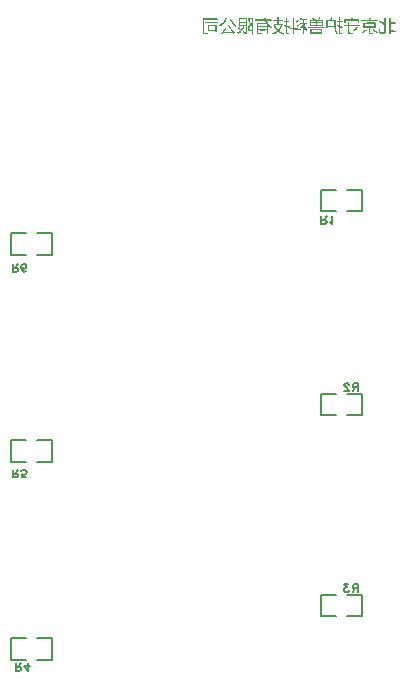
<source format=gbo>
G04 Layer: BottomSilkscreenLayer*
G04 EasyEDA Pro v2.2.32.3, 2024-11-26 15:57:28*
G04 Gerber Generator version 0.3*
G04 Scale: 100 percent, Rotated: No, Reflected: No*
G04 Dimensions in millimeters*
G04 Leading zeros omitted, absolute positions, 3 integers and 5 decimals*
%FSLAX35Y35*%
%MOMM*%
%ADD10C,0.1524*%
G75*


G04 Text Start*
G54D10*
G01X8938387Y5148809D02*
G01X8938387Y5213833D01*
G01X8938387Y5148809D02*
G01X8966327Y5148809D01*
G01X8975471Y5151857D01*
G01X8978519Y5154905D01*
G01X8981821Y5161255D01*
G01X8981821Y5167351D01*
G01X8978519Y5173447D01*
G01X8975471Y5176495D01*
G01X8966327Y5179797D01*
G01X8938387Y5179797D01*
G01X8959977Y5179797D02*
G01X8981821Y5213833D01*
G01X9012047Y5161255D02*
G01X9018143Y5157953D01*
G01X9027287Y5148809D01*
G01X9027287Y5213833D01*
G01X9247076Y3798057D02*
G01X9247076Y3733033D01*
G01X9247076Y3798057D02*
G01X9219136Y3798057D01*
G01X9209992Y3795009D01*
G01X9206944Y3791961D01*
G01X9203642Y3785611D01*
G01X9203642Y3779515D01*
G01X9206944Y3773419D01*
G01X9209992Y3770371D01*
G01X9219136Y3767069D01*
G01X9247076Y3767069D01*
G01X9225486Y3767069D02*
G01X9203642Y3733033D01*
G01X9170368Y3782563D02*
G01X9170368Y3785611D01*
G01X9167320Y3791961D01*
G01X9164272Y3795009D01*
G01X9158176Y3798057D01*
G01X9145730Y3798057D01*
G01X9139380Y3795009D01*
G01X9136332Y3791961D01*
G01X9133284Y3785611D01*
G01X9133284Y3779515D01*
G01X9136332Y3773419D01*
G01X9142682Y3764021D01*
G01X9173416Y3733033D01*
G01X9130236Y3733033D01*
G01X9247076Y2096257D02*
G01X9247076Y2031233D01*
G01X9247076Y2096257D02*
G01X9219136Y2096257D01*
G01X9209992Y2093209D01*
G01X9206944Y2090161D01*
G01X9203642Y2083811D01*
G01X9203642Y2077715D01*
G01X9206944Y2071619D01*
G01X9209992Y2068571D01*
G01X9219136Y2065269D01*
G01X9247076Y2065269D01*
G01X9225486Y2065269D02*
G01X9203642Y2031233D01*
G01X9167320Y2096257D02*
G01X9133284Y2096257D01*
G01X9151826Y2071619D01*
G01X9142682Y2071619D01*
G01X9136332Y2068571D01*
G01X9133284Y2065269D01*
G01X9130236Y2056125D01*
G01X9130236Y2049775D01*
G01X9133284Y2040631D01*
G01X9139380Y2034281D01*
G01X9148778Y2031233D01*
G01X9158176Y2031233D01*
G01X9167320Y2034281D01*
G01X9170368Y2037583D01*
G01X9173416Y2043679D01*
G01X6350687Y1364209D02*
G01X6350687Y1429233D01*
G01X6350687Y1364209D02*
G01X6378627Y1364209D01*
G01X6387771Y1367257D01*
G01X6390819Y1370305D01*
G01X6394121Y1376655D01*
G01X6394121Y1382751D01*
G01X6390819Y1388847D01*
G01X6387771Y1391895D01*
G01X6378627Y1395197D01*
G01X6350687Y1395197D01*
G01X6372277Y1395197D02*
G01X6394121Y1429233D01*
G01X6455081Y1364209D02*
G01X6424347Y1407389D01*
G01X6470575Y1407389D01*
G01X6455081Y1364209D02*
G01X6455081Y1429233D01*
G01X6325287Y3002509D02*
G01X6325287Y3067533D01*
G01X6325287Y3002509D02*
G01X6353227Y3002509D01*
G01X6362371Y3005557D01*
G01X6365419Y3008605D01*
G01X6368721Y3014955D01*
G01X6368721Y3021051D01*
G01X6365419Y3027147D01*
G01X6362371Y3030195D01*
G01X6353227Y3033497D01*
G01X6325287Y3033497D01*
G01X6346877Y3033497D02*
G01X6368721Y3067533D01*
G01X6436031Y3002509D02*
G01X6405043Y3002509D01*
G01X6401995Y3030195D01*
G01X6405043Y3027147D01*
G01X6414187Y3024099D01*
G01X6423585Y3024099D01*
G01X6432983Y3027147D01*
G01X6439079Y3033497D01*
G01X6442127Y3042641D01*
G01X6442127Y3048991D01*
G01X6439079Y3058135D01*
G01X6432983Y3064485D01*
G01X6423585Y3067533D01*
G01X6414187Y3067533D01*
G01X6405043Y3064485D01*
G01X6401995Y3061183D01*
G01X6398947Y3055087D01*
G01X6325287Y4742409D02*
G01X6325287Y4807433D01*
G01X6325287Y4742409D02*
G01X6353227Y4742409D01*
G01X6362371Y4745457D01*
G01X6365419Y4748505D01*
G01X6368721Y4754855D01*
G01X6368721Y4760951D01*
G01X6365419Y4767047D01*
G01X6362371Y4770095D01*
G01X6353227Y4773397D01*
G01X6325287Y4773397D01*
G01X6346877Y4773397D02*
G01X6368721Y4807433D01*
G01X6436031Y4751553D02*
G01X6432983Y4745457D01*
G01X6423585Y4742409D01*
G01X6417489Y4742409D01*
G01X6408091Y4745457D01*
G01X6401995Y4754855D01*
G01X6398947Y4770095D01*
G01X6398947Y4785589D01*
G01X6401995Y4798035D01*
G01X6408091Y4804385D01*
G01X6417489Y4807433D01*
G01X6420537Y4807433D01*
G01X6429681Y4804385D01*
G01X6436031Y4798035D01*
G01X6439079Y4788891D01*
G01X6439079Y4785589D01*
G01X6436031Y4776445D01*
G01X6429681Y4770095D01*
G01X6420537Y4767047D01*
G01X6417489Y4767047D01*
G01X6408091Y4770095D01*
G01X6401995Y4776445D01*
G01X6398947Y4785589D01*
G36*
G01X9466167Y6757413D02*
G01X9464349Y6756959D01*
G01X9455031Y6756732D01*
G01X9446167Y6756959D01*
G01X9441622Y6757413D01*
G01X9439804Y6757868D01*
G01X9437758Y6758550D01*
G01X9435713Y6759459D01*
G01X9433440Y6760823D01*
G01X9431849Y6762414D01*
G01X9430940Y6763550D01*
G01X9429804Y6765141D01*
G01X9428667Y6766959D01*
G01X9427758Y6769004D01*
G01X9426395Y6774004D01*
G01X9425940Y6776732D01*
G01X9425713Y6778777D01*
G01X9425258Y6780595D01*
G01X9425031Y6782868D01*
G01X9424804Y6784686D01*
G01X9424349Y6786959D01*
G01X9424122Y6789914D01*
G01X9423894Y6791959D01*
G01X9423440Y6794232D01*
G01X9423440Y6796732D01*
G01X9423951Y6797527D01*
G01X9425031Y6798095D01*
G01X9427076Y6798777D01*
G01X9428894Y6799459D01*
G01X9433440Y6801277D01*
G01X9435031Y6801732D01*
G01X9435713Y6800595D01*
G01X9435940Y6797641D01*
G01X9436167Y6795141D01*
G01X9436622Y6792414D01*
G01X9436849Y6788323D01*
G01X9437076Y6785595D01*
G01X9437531Y6783323D01*
G01X9437758Y6780141D01*
G01X9438213Y6777641D01*
G01X9438667Y6775823D01*
G01X9439122Y6774232D01*
G01X9440031Y6772641D01*
G01X9441167Y6771277D01*
G01X9442531Y6770368D01*
G01X9444349Y6769459D01*
G01X9447076Y6768777D01*
G01X9449576Y6768323D01*
G01X9451167Y6768323D01*
G01X9464349Y6768777D01*
G01X9466167Y6769459D01*
G01X9468440Y6770823D01*
G01X9469803Y6772641D01*
G01X9470485Y6774459D01*
G01X9470940Y6803777D01*
G01X9470713Y6825141D01*
G01X9470031Y6832414D01*
G01X9468440Y6833095D01*
G01X9466622Y6834232D01*
G01X9458894Y6838095D01*
G01X9457304Y6839004D01*
G01X9455258Y6840141D01*
G01X9451167Y6842186D01*
G01X9447985Y6844004D01*
G01X9446167Y6844914D01*
G01X9442076Y6847186D01*
G01X9437304Y6849914D01*
G01X9436167Y6850595D01*
G01X9434576Y6851504D01*
G01X9432531Y6852641D01*
G01X9430940Y6853550D01*
G01X9429349Y6854686D01*
G01X9427531Y6855823D01*
G01X9427076Y6856391D01*
G01X9427076Y6857186D01*
G01X9427758Y6858550D01*
G01X9428667Y6859686D01*
G01X9429804Y6861277D01*
G01X9431167Y6863323D01*
G01X9432304Y6864914D01*
G01X9433213Y6866050D01*
G01X9433781Y6866448D01*
G01X9434576Y6866277D01*
G01X9436395Y6865141D01*
G01X9438440Y6863777D01*
G01X9440713Y6862186D01*
G01X9442758Y6860823D01*
G01X9448213Y6857414D01*
G01X9450258Y6856050D01*
G01X9452531Y6854686D01*
G01X9456622Y6852414D01*
G01X9458440Y6851277D01*
G01X9460031Y6850368D01*
G01X9462076Y6849232D01*
G01X9470258Y6845141D01*
G01X9470769Y6851050D01*
G01X9470940Y6869232D01*
G01X9471167Y6887584D01*
G01X9471849Y6894005D01*
G01X9477531Y6894459D01*
G01X9481224Y6894232D01*
G01X9482758Y6893550D01*
G01X9483213Y6834459D01*
G01X9482985Y6775595D01*
G01X9482758Y6772868D01*
G01X9482304Y6770141D01*
G01X9481849Y6768550D01*
G01X9481394Y6767186D01*
G01X9480713Y6766050D01*
G01X9479804Y6764459D01*
G01X9478667Y6762868D01*
G01X9477076Y6761504D01*
G01X9475485Y6760368D01*
G01X9473894Y6759459D01*
G01X9471849Y6758550D01*
G01X9468894Y6757868D01*
G01X9466167Y6757413D01*
G37*
G36*
G01X9524122Y6767414D02*
G01X9523895Y6753323D01*
G01X9517985Y6753095D01*
G01X9512303Y6753095D01*
G01X9512303Y6823095D01*
G01X9512758Y6893323D01*
G01X9518440Y6893550D01*
G01X9523667Y6893550D01*
G01X9523895Y6892413D01*
G01X9524122Y6872186D01*
G01X9524292Y6857811D01*
G01X9524804Y6852868D01*
G01X9526167Y6852868D01*
G01X9545940Y6853095D01*
G01X9560429Y6852868D01*
G01X9565713Y6852186D01*
G01X9566224Y6850425D01*
G01X9566395Y6846959D01*
G01X9566224Y6843607D01*
G01X9565713Y6842186D01*
G01X9563440Y6841504D01*
G01X9543894Y6841277D01*
G01X9525258Y6841504D01*
G01X9524690Y6841391D01*
G01X9524349Y6840595D01*
G01X9524122Y6817414D01*
G01X9524122Y6795368D01*
G01X9525258Y6795141D01*
G01X9527303Y6794459D01*
G01X9531849Y6792641D01*
G01X9533895Y6791732D01*
G01X9537531Y6790368D01*
G01X9546622Y6786732D01*
G01X9548440Y6786050D01*
G01X9549804Y6785595D01*
G01X9551622Y6784914D01*
G01X9553894Y6784004D01*
G01X9555713Y6783323D01*
G01X9557076Y6782868D01*
G01X9558894Y6782186D01*
G01X9561394Y6781277D01*
G01X9563667Y6780368D01*
G01X9565485Y6779686D01*
G01X9567076Y6779232D01*
G01X9568440Y6778550D01*
G01X9568894Y6777982D01*
G01X9568894Y6777186D01*
G01X9568213Y6775368D01*
G01X9566395Y6770823D01*
G01X9565485Y6768777D01*
G01X9564576Y6767186D01*
G01X9563440Y6767186D01*
G01X9561849Y6767868D01*
G01X9560031Y6768550D01*
G01X9555940Y6770368D01*
G01X9554122Y6771050D01*
G01X9552531Y6771732D01*
G01X9548894Y6773095D01*
G01X9546849Y6774004D01*
G01X9540031Y6776732D01*
G01X9537985Y6777641D01*
G01X9533440Y6779459D01*
G01X9531394Y6780368D01*
G01X9527758Y6781732D01*
G01X9525713Y6782414D01*
G01X9524804Y6782414D01*
G01X9524349Y6781959D01*
G01X9524122Y6767414D01*
G37*
G36*
G01X7980259Y6756050D02*
G01X7979577Y6754232D01*
G01X7979122Y6753095D01*
G01X7964804Y6753095D01*
G01X7949804Y6753323D01*
G01X7946849Y6753550D01*
G01X7943668Y6754005D01*
G01X7942077Y6754686D01*
G01X7940259Y6755595D01*
G01X7938440Y6756732D01*
G01X7937304Y6757868D01*
G01X7935486Y6760141D01*
G01X7934577Y6761732D01*
G01X7933668Y6764005D01*
G01X7932986Y6766504D01*
G01X7932531Y6768777D01*
G01X7932077Y6771959D01*
G01X7931849Y6830823D01*
G01X7931849Y6887641D01*
G01X7932986Y6888095D01*
G01X7995713Y6888550D01*
G01X8042077Y6888379D01*
G01X8057986Y6887868D01*
G01X8058497Y6886164D01*
G01X8058668Y6882413D01*
G01X8058668Y6877641D01*
G01X8057531Y6877186D01*
G01X8001168Y6876732D01*
G01X7945259Y6876959D01*
G01X7944690Y6876845D01*
G01X7944350Y6876050D01*
G01X7944122Y6824913D01*
G01X7944350Y6774232D01*
G01X7944577Y6772414D01*
G01X7945031Y6770595D01*
G01X7945713Y6769232D01*
G01X7946622Y6768095D01*
G01X7947758Y6766959D01*
G01X7949577Y6765823D01*
G01X7961395Y6765368D01*
G01X7972531Y6765595D01*
G01X7979804Y6766050D01*
G01X7981168Y6765823D01*
G01X7981622Y6765027D01*
G01X7981622Y6763550D01*
G01X7980940Y6760823D01*
G01X7980486Y6758323D01*
G01X7980259Y6756050D01*
G37*
G36*
G01X8066622Y6858323D02*
G01X8066849Y6852868D01*
G01X8066849Y6848550D01*
G01X7955486Y6848550D01*
G01X7955259Y6849686D01*
G01X7955031Y6854686D01*
G01X7955259Y6857698D01*
G01X7955940Y6859005D01*
G01X8011622Y6859459D01*
G01X8066395Y6859459D01*
G01X8066622Y6858323D01*
G37*
G36*
G01X8052304Y6799914D02*
G01X8052304Y6768550D01*
G01X8040940Y6768550D01*
G01X8040940Y6779004D01*
G01X8039804Y6779232D01*
G01X8007077Y6779459D01*
G01X7975486Y6779459D01*
G01X7975486Y6820368D01*
G01X7987304Y6820368D01*
G01X7987304Y6789914D01*
G01X8013668Y6789914D01*
G01X8013668Y6789914D01*
G01X8040258Y6790141D01*
G01X8040713Y6791505D01*
G01X8040940Y6806277D01*
G01X8040940Y6819913D01*
G01X8039804Y6820141D01*
G01X8012986Y6820368D01*
G01X7987304Y6820368D01*
G01X7975486Y6820368D01*
G01X7975486Y6830823D01*
G01X7976622Y6831050D01*
G01X8015031Y6831277D01*
G01X8052304Y6831277D01*
G01X8052304Y6799914D01*
G37*
G36*
G01X8084350Y6821277D02*
G01X8082758Y6819913D01*
G01X8082190Y6819857D01*
G01X8081395Y6820595D01*
G01X8079577Y6822868D01*
G01X8078213Y6824686D01*
G01X8077077Y6825823D01*
G01X8075259Y6828095D01*
G01X8074122Y6829459D01*
G01X8073668Y6830823D01*
G01X8074577Y6831732D01*
G01X8076168Y6832641D01*
G01X8079804Y6834914D01*
G01X8081395Y6835823D01*
G01X8082758Y6836732D01*
G01X8083895Y6837641D01*
G01X8091168Y6843095D01*
G01X8092304Y6844232D01*
G01X8095486Y6846959D01*
G01X8096622Y6848095D01*
G01X8097986Y6849232D01*
G01X8099349Y6850595D01*
G01X8100486Y6851959D01*
G01X8105031Y6856504D01*
G01X8106849Y6858777D01*
G01X8109577Y6862414D01*
G01X8112304Y6865823D01*
G01X8113213Y6867186D01*
G01X8114122Y6868777D01*
G01X8115940Y6871504D01*
G01X8117077Y6873323D01*
G01X8118213Y6875368D01*
G01X8119122Y6876959D01*
G01X8120031Y6878777D01*
G01X8121168Y6880823D01*
G01X8122077Y6882641D01*
G01X8122759Y6884459D01*
G01X8124577Y6888550D01*
G01X8125486Y6890368D01*
G01X8126054Y6890993D01*
G01X8126849Y6891050D01*
G01X8128668Y6890368D01*
G01X8130940Y6889459D01*
G01X8132986Y6888777D01*
G01X8134804Y6888095D01*
G01X8136168Y6886959D01*
G01X8135940Y6885368D01*
G01X8133213Y6878550D01*
G01X8132304Y6876504D01*
G01X8128668Y6869232D01*
G01X8126849Y6866050D01*
G01X8123440Y6860595D01*
G01X8120259Y6856050D01*
G01X8118895Y6854459D01*
G01X8117986Y6853323D01*
G01X8116849Y6851504D01*
G01X8115031Y6849232D01*
G01X8113440Y6847641D01*
G01X8111622Y6845368D01*
G01X8110486Y6844232D01*
G01X8108668Y6841959D01*
G01X8104122Y6837414D01*
G01X8101395Y6835141D01*
G01X8099122Y6832868D01*
G01X8093668Y6828323D01*
G01X8092531Y6827186D01*
G01X8089350Y6824913D01*
G01X8088213Y6824004D01*
G01X8086622Y6822868D01*
G01X8084350Y6821277D01*
G37*
G36*
G01X8103667Y6757641D02*
G01X8100259Y6752186D01*
G01X8099463Y6751675D01*
G01X8098440Y6751959D01*
G01X8090259Y6757413D01*
G01X8089406Y6758152D01*
G01X8089122Y6759005D01*
G01X8089577Y6760368D01*
G01X8090713Y6761959D01*
G01X8098895Y6774232D01*
G01X8103440Y6780595D01*
G01X8104804Y6782641D01*
G01X8105940Y6784232D01*
G01X8106849Y6785368D01*
G01X8107986Y6786959D01*
G01X8109577Y6789232D01*
G01X8111168Y6791277D01*
G01X8112304Y6792868D01*
G01X8123213Y6807414D01*
G01X8123781Y6807868D01*
G01X8124577Y6807868D01*
G01X8126395Y6806959D01*
G01X8130486Y6804232D01*
G01X8132304Y6802868D01*
G01X8132929Y6802186D01*
G01X8132986Y6801505D01*
G01X8131849Y6799686D01*
G01X8123895Y6788323D01*
G01X8117077Y6778095D01*
G01X8116168Y6776277D01*
G01X8115940Y6775368D01*
G01X8120713Y6775368D01*
G01X8126168Y6775141D01*
G01X8137986Y6774686D01*
G01X8147077Y6774232D01*
G01X8161622Y6773777D01*
G01X8169804Y6773323D01*
G01X8176849Y6773095D01*
G01X8181565Y6773266D01*
G01X8182986Y6773777D01*
G01X8181168Y6776050D01*
G01X8180258Y6777641D01*
G01X8179122Y6779232D01*
G01X8178213Y6780368D01*
G01X8175940Y6783550D01*
G01X8175031Y6784686D01*
G01X8173895Y6786277D01*
G01X8172531Y6788323D01*
G01X8170258Y6791505D01*
G01X8168668Y6793777D01*
G01X8166395Y6797186D01*
G01X8165258Y6798777D01*
G01X8161168Y6804913D01*
G01X8160031Y6806732D01*
G01X8158213Y6809459D01*
G01X8157077Y6811277D01*
G01X8155713Y6813323D01*
G01X8152986Y6817868D01*
G01X8151850Y6819686D01*
G01X8150940Y6821277D01*
G01X8149804Y6823095D01*
G01X8148668Y6825141D01*
G01X8147531Y6826732D01*
G01X8146622Y6828095D01*
G01X8145940Y6829686D01*
G01X8145486Y6831050D01*
G01X8145770Y6831618D01*
G01X8146622Y6831959D01*
G01X8148440Y6832641D01*
G01X8150258Y6833550D01*
G01X8156395Y6836277D01*
G01X8157247Y6836334D01*
G01X8157986Y6835595D01*
G01X8159122Y6833550D01*
G01X8160031Y6831732D01*
G01X8163440Y6825595D01*
G01X8164577Y6823323D01*
G01X8170940Y6812186D01*
G01X8172077Y6810595D01*
G01X8173213Y6808550D01*
G01X8174349Y6806732D01*
G01X8175713Y6804686D01*
G01X8176849Y6802641D01*
G01X8177986Y6800823D01*
G01X8182077Y6794686D01*
G01X8183668Y6792414D01*
G01X8185258Y6790368D01*
G01X8186622Y6788323D01*
G01X8187986Y6786732D01*
G01X8188895Y6785595D01*
G01X8189577Y6784459D01*
G01X8190486Y6783323D01*
G01X8191622Y6782186D01*
G01X8193440Y6779914D01*
G01X8194577Y6778777D01*
G01X8199349Y6774686D01*
G01X8201168Y6773550D01*
G01X8202758Y6772641D01*
G01X8204804Y6771504D01*
G01X8206168Y6770141D01*
G01X8205940Y6768323D01*
G01X8205031Y6766504D01*
G01X8203895Y6764686D01*
G01X8201849Y6760595D01*
G01X8200940Y6759005D01*
G01X8200372Y6758323D01*
G01X8199577Y6758095D01*
G01X8197986Y6758323D01*
G01X8193440Y6759232D01*
G01X8190258Y6759686D01*
G01X8187986Y6760141D01*
G01X8185031Y6760368D01*
G01X8178895Y6761050D01*
G01X8169349Y6761504D01*
G01X8164349Y6761959D01*
G01X8157077Y6762414D01*
G01X8151622Y6762868D01*
G01X8140258Y6763323D01*
G01X8134349Y6763777D01*
G01X8123895Y6764232D01*
G01X8115259Y6764686D01*
G01X8111395Y6764914D01*
G01X8108838Y6764630D01*
G01X8107531Y6763777D01*
G01X8104804Y6759686D01*
G01X8103667Y6757641D01*
G37*
G36*
G01X8211849Y6819232D02*
G01X8210713Y6817868D01*
G01X8210031Y6817470D01*
G01X8209350Y6817641D01*
G01X8207077Y6819913D01*
G01X8205259Y6821277D01*
G01X8193440Y6833095D01*
G01X8190713Y6836277D01*
G01X8189577Y6837414D01*
G01X8187304Y6840141D01*
G01X8182759Y6845823D01*
G01X8181622Y6847414D01*
G01X8180258Y6849005D01*
G01X8179349Y6850141D01*
G01X8178440Y6851732D01*
G01X8177077Y6853777D01*
G01X8174804Y6856959D01*
G01X8173440Y6859232D01*
G01X8170713Y6863323D01*
G01X8167986Y6867868D01*
G01X8166849Y6869914D01*
G01X8164122Y6874686D01*
G01X8160486Y6881959D01*
G01X8159577Y6883550D01*
G01X8159520Y6884345D01*
G01X8160258Y6884914D01*
G01X8162304Y6885823D01*
G01X8169122Y6888550D01*
G01X8170258Y6888720D01*
G01X8170940Y6888323D01*
G01X8176395Y6877413D01*
G01X8177531Y6875595D01*
G01X8178668Y6873550D01*
G01X8180486Y6870368D01*
G01X8181622Y6868550D01*
G01X8185713Y6862414D01*
G01X8186849Y6860823D01*
G01X8187759Y6859686D01*
G01X8190031Y6856504D01*
G01X8195486Y6849686D01*
G01X8196622Y6848550D01*
G01X8199349Y6845368D01*
G01X8202986Y6841732D01*
G01X8204349Y6840141D01*
G01X8206168Y6838550D01*
G01X8211168Y6833550D01*
G01X8213440Y6831732D01*
G01X8214577Y6830595D01*
G01X8217758Y6827868D01*
G01X8218668Y6826732D01*
G01X8218668Y6825823D01*
G01X8217531Y6824913D01*
G01X8211849Y6819232D01*
G37*
G36*
G01X8306395Y6752868D02*
G01X8305258Y6751277D01*
G01X8304349Y6751050D01*
G01X8302077Y6752868D01*
G01X8300940Y6753550D01*
G01X8299349Y6754686D01*
G01X8295258Y6757413D01*
G01X8292986Y6758777D01*
G01X8284804Y6763323D01*
G01X8280713Y6765368D01*
G01X8279122Y6766277D01*
G01X8275486Y6768095D01*
G01X8273440Y6769232D01*
G01X8271849Y6770368D01*
G01X8271395Y6772641D01*
G01X8271622Y6775141D01*
G01X8271849Y6778550D01*
G01X8272077Y6780595D01*
G01X8272759Y6781277D01*
G01X8274349Y6780823D01*
G01X8276168Y6779914D01*
G01X8277759Y6779004D01*
G01X8278895Y6778323D01*
G01X8294349Y6770595D01*
G01X8295940Y6769914D01*
G01X8297304Y6769686D01*
G01X8297759Y6794459D01*
G01X8297759Y6819004D01*
G01X8285031Y6819004D01*
G01X8284804Y6817868D01*
G01X8282759Y6811732D01*
G01X8281395Y6808095D01*
G01X8278668Y6801959D01*
G01X8277759Y6800141D01*
G01X8275940Y6796959D01*
G01X8275031Y6795141D01*
G01X8274122Y6793550D01*
G01X8272986Y6791959D01*
G01X8271849Y6790141D01*
G01X8269577Y6786959D01*
G01X8268213Y6785141D01*
G01X8266395Y6782868D01*
G01X8264804Y6781050D01*
G01X8263668Y6779686D01*
G01X8261395Y6777414D01*
G01X8260486Y6776277D01*
G01X8259349Y6775141D01*
G01X8257986Y6774004D01*
G01X8256849Y6772868D01*
G01X8254577Y6771050D01*
G01X8253440Y6769914D01*
G01X8250031Y6767186D01*
G01X8245259Y6763777D01*
G01X8241168Y6761050D01*
G01X8239349Y6759914D01*
G01X8236168Y6758095D01*
G01X8234349Y6756959D01*
G01X8232531Y6756504D01*
G01X8231395Y6757413D01*
G01X8230031Y6759232D01*
G01X8228667Y6760823D01*
G01X8227758Y6761959D01*
G01X8224349Y6765368D01*
G01X8223668Y6766277D01*
G01X8224804Y6767186D01*
G01X8226622Y6768095D01*
G01X8230713Y6769914D01*
G01X8232531Y6770823D01*
G01X8236622Y6773095D01*
G01X8239804Y6774914D01*
G01X8241395Y6776050D01*
G01X8242531Y6776959D01*
G01X8243667Y6777641D01*
G01X8248440Y6781050D01*
G01X8250031Y6782414D01*
G01X8253667Y6786050D01*
G01X8254293Y6786732D01*
G01X8254349Y6787414D01*
G01X8252986Y6788777D01*
G01X8251168Y6789914D01*
G01X8249577Y6790823D01*
G01X8247758Y6791959D01*
G01X8244577Y6794232D01*
G01X8236395Y6799686D01*
G01X8233213Y6801959D01*
G01X8229122Y6804686D01*
G01X8227531Y6805823D01*
G01X8227077Y6806334D01*
G01X8227077Y6806959D01*
G01X8227986Y6808095D01*
G01X8230259Y6810823D01*
G01X8232077Y6813095D01*
G01X8233440Y6814459D01*
G01X8234122Y6815084D01*
G01X8234804Y6815141D01*
G01X8236622Y6814004D01*
G01X8238895Y6812186D01*
G01X8240486Y6810823D01*
G01X8243895Y6808095D01*
G01X8247531Y6805368D01*
G01X8250713Y6803095D01*
G01X8251849Y6802186D01*
G01X8255031Y6799914D01*
G01X8256395Y6799004D01*
G01X8258213Y6797868D01*
G01X8260258Y6796505D01*
G01X8262304Y6796050D01*
G01X8263440Y6796959D01*
G01X8264349Y6798550D01*
G01X8267077Y6802641D01*
G01X8267986Y6804232D01*
G01X8271395Y6811050D01*
G01X8272304Y6813095D01*
G01X8273668Y6816732D01*
G01X8274349Y6818323D01*
G01X8271452Y6818834D01*
G01X8262304Y6819004D01*
G01X8250031Y6819004D01*
G01X8250031Y6815368D01*
G01X8248667Y6814913D01*
G01X8244122Y6814459D01*
G01X8240259Y6814686D01*
G01X8239349Y6815595D01*
G01X8239143Y6848550D01*
G01X8250031Y6848550D01*
G01X8250031Y6829004D01*
G01X8273668Y6829004D01*
G01X8273668Y6829004D01*
G01X8297531Y6829232D01*
G01X8297759Y6838777D01*
G01X8297759Y6848095D01*
G01X8296622Y6848323D01*
G01X8272759Y6848550D01*
G01X8250031Y6848550D01*
G01X8239143Y6848550D01*
G01X8239122Y6851959D01*
G01X8239122Y6867413D01*
G01X8250031Y6867413D01*
G01X8250031Y6859005D01*
G01X8251168Y6858777D01*
G01X8274577Y6858550D01*
G01X8274577Y6858550D01*
G01X8297077Y6858777D01*
G01X8297531Y6859686D01*
G01X8297759Y6869232D01*
G01X8297759Y6878095D01*
G01X8250486Y6878095D01*
G01X8250259Y6876959D01*
G01X8250031Y6867413D01*
G01X8239122Y6867413D01*
G01X8239122Y6887641D01*
G01X8240259Y6887868D01*
G01X8274804Y6888095D01*
G01X8308213Y6888095D01*
G01X8308440Y6886959D01*
G01X8308668Y6826959D01*
G01X8309122Y6767414D01*
G01X8309804Y6765823D01*
G01X8310713Y6764005D01*
G01X8311849Y6762414D01*
G01X8312304Y6761277D01*
G01X8311622Y6759914D01*
G01X8310486Y6758323D01*
G01X8306395Y6752868D01*
G37*
G36*
G01X8361849Y6819232D02*
G01X8361622Y6750141D01*
G01X8356168Y6749914D01*
G01X8350940Y6749914D01*
G01X8350713Y6751504D01*
G01X8350486Y6770141D01*
G01X8350713Y6787868D01*
G01X8350713Y6790141D01*
G01X8350486Y6834914D01*
G01X8350486Y6878095D01*
G01X8340031Y6878095D01*
G01X8332190Y6877868D01*
G01X8329577Y6877186D01*
G01X8329804Y6875595D01*
G01X8330486Y6873777D01*
G01X8331168Y6871504D01*
G01X8331849Y6869459D01*
G01X8332531Y6867186D01*
G01X8333895Y6863095D01*
G01X8334577Y6860823D01*
G01X8335940Y6856732D01*
G01X8336622Y6854459D01*
G01X8337304Y6852414D01*
G01X8337986Y6850595D01*
G01X8338440Y6848777D01*
G01X8339122Y6846959D01*
G01X8339804Y6844686D01*
G01X8341168Y6840595D01*
G01X8341622Y6838777D01*
G01X8342304Y6836959D01*
G01X8342531Y6835141D01*
G01X8341622Y6833550D01*
G01X8339349Y6830368D01*
G01X8337986Y6828323D01*
G01X8335258Y6823777D01*
G01X8333213Y6819686D01*
G01X8332531Y6818095D01*
G01X8331622Y6816050D01*
G01X8330940Y6814004D01*
G01X8330031Y6810368D01*
G01X8329804Y6808777D01*
G01X8329349Y6806505D01*
G01X8329122Y6800368D01*
G01X8329577Y6794914D01*
G01X8330258Y6793095D01*
G01X8331395Y6791050D01*
G01X8333440Y6789459D01*
G01X8335713Y6788550D01*
G01X8340940Y6788095D01*
G01X8345940Y6788550D01*
G01X8348213Y6789004D01*
G01X8349236Y6788777D01*
G01X8349577Y6788095D01*
G01X8349122Y6786505D01*
G01X8348440Y6784232D01*
G01X8347986Y6781959D01*
G01X8347531Y6780141D01*
G01X8346849Y6778095D01*
G01X8346224Y6777357D01*
G01X8345259Y6776959D01*
G01X8342531Y6776505D01*
G01X8338213Y6776277D01*
G01X8334804Y6776505D01*
G01X8332986Y6776959D01*
G01X8330940Y6777414D01*
G01X8329349Y6777868D01*
G01X8327531Y6778550D01*
G01X8325713Y6779459D01*
G01X8324349Y6780368D01*
G01X8322077Y6782641D01*
G01X8320940Y6784004D01*
G01X8319804Y6785823D01*
G01X8318895Y6787868D01*
G01X8318440Y6789686D01*
G01X8317759Y6791732D01*
G01X8317304Y6794686D01*
G01X8317077Y6796959D01*
G01X8316849Y6799459D01*
G01X8317077Y6801959D01*
G01X8317531Y6807868D01*
G01X8317986Y6810141D01*
G01X8318668Y6812868D01*
G01X8319122Y6814913D01*
G01X8319577Y6816277D01*
G01X8320258Y6817868D01*
G01X8320940Y6819686D01*
G01X8322304Y6822868D01*
G01X8324122Y6826505D01*
G01X8325031Y6828095D01*
G01X8326167Y6829913D01*
G01X8328895Y6834004D01*
G01X8330031Y6835823D01*
G01X8330713Y6837414D01*
G01X8330713Y6839004D01*
G01X8330031Y6840823D01*
G01X8324577Y6857186D01*
G01X8323895Y6859005D01*
G01X8323440Y6860595D01*
G01X8322758Y6862414D01*
G01X8321849Y6865141D01*
G01X8321167Y6867413D01*
G01X8320486Y6869232D01*
G01X8318668Y6874232D01*
G01X8317986Y6876277D01*
G01X8317531Y6877868D01*
G01X8317304Y6883323D01*
G01X8317304Y6888095D01*
G01X8361849Y6888095D01*
G01X8361849Y6819232D01*
G37*
G36*
G01X8489122Y6788323D02*
G01X8488667Y6751959D01*
G01X8483440Y6751732D01*
G01X8479690Y6751902D01*
G01X8477986Y6752413D01*
G01X8477474Y6756902D01*
G01X8477304Y6769004D01*
G01X8477304Y6784914D01*
G01X8475258Y6784686D01*
G01X8439349Y6784459D01*
G01X8405031Y6784686D01*
G01X8404577Y6784573D01*
G01X8404122Y6783777D01*
G01X8403667Y6778550D01*
G01X8403895Y6773777D01*
G01X8404349Y6771277D01*
G01X8405486Y6768323D01*
G01X8407531Y6766504D01*
G01X8409804Y6765368D01*
G01X8418440Y6764914D01*
G01X8426622Y6765141D01*
G01X8431622Y6765595D01*
G01X8433440Y6765823D01*
G01X8435031Y6765141D01*
G01X8435258Y6762868D01*
G01X8434804Y6760141D01*
G01X8434349Y6758323D01*
G01X8434122Y6756504D01*
G01X8433668Y6754686D01*
G01X8432077Y6753777D01*
G01X8420031Y6753550D01*
G01X8408440Y6753777D01*
G01X8405940Y6754005D01*
G01X8403213Y6754459D01*
G01X8401622Y6755141D01*
G01X8399804Y6756050D01*
G01X8397986Y6757186D01*
G01X8395713Y6759459D01*
G01X8394804Y6760823D01*
G01X8393440Y6763550D01*
G01X8392986Y6765141D01*
G01X8392077Y6769686D01*
G01X8391889Y6802868D01*
G01X8403667Y6802868D01*
G01X8403667Y6795823D01*
G01X8404804Y6795596D01*
G01X8441395Y6795368D01*
G01X8441395Y6795368D01*
G01X8477077Y6795596D01*
G01X8477304Y6804004D01*
G01X8477304Y6812186D01*
G01X8404122Y6812186D01*
G01X8403895Y6811050D01*
G01X8403667Y6802868D01*
G01X8391889Y6802868D01*
G01X8391849Y6809913D01*
G01X8391970Y6831050D01*
G01X8403667Y6831050D01*
G01X8403838Y6825595D01*
G01X8404349Y6823323D01*
G01X8405145Y6822868D01*
G01X8406168Y6822868D01*
G01X8441622Y6823095D01*
G01X8476395Y6822868D01*
G01X8476395Y6822868D01*
G01X8477077Y6822868D01*
G01X8477304Y6831277D01*
G01X8477304Y6839459D01*
G01X8476167Y6839686D01*
G01X8439804Y6839914D01*
G01X8413270Y6839686D01*
G01X8404122Y6839004D01*
G01X8403667Y6831050D01*
G01X8391970Y6831050D01*
G01X8392020Y6839686D01*
G01X8392531Y6849914D01*
G01X8432304Y6850368D01*
G01X8471395Y6850368D01*
G01X8471167Y6851732D01*
G01X8470486Y6853550D01*
G01X8469349Y6855141D01*
G01X8467077Y6858777D01*
G01X8463668Y6864914D01*
G01X8462304Y6866504D01*
G01X8450770Y6867016D01*
G01X8417986Y6867186D01*
G01X8374577Y6867186D01*
G01X8374349Y6868323D01*
G01X8374122Y6873550D01*
G01X8374122Y6877641D01*
G01X8375259Y6877868D01*
G01X8416395Y6878095D01*
G01X8456395Y6878095D01*
G01X8456395Y6879232D01*
G01X8455940Y6881050D01*
G01X8455031Y6883095D01*
G01X8451395Y6892186D01*
G01X8451224Y6893323D01*
G01X8451622Y6894005D01*
G01X8454122Y6894686D01*
G01X8456849Y6895368D01*
G01X8458895Y6895823D01*
G01X8460713Y6896050D01*
G01X8462304Y6896277D01*
G01X8463042Y6895936D01*
G01X8463440Y6894914D01*
G01X8464122Y6892868D01*
G01X8464804Y6891277D01*
G01X8465258Y6889686D01*
G01X8466622Y6886050D01*
G01X8467304Y6884459D01*
G01X8468213Y6882186D01*
G01X8469349Y6879686D01*
G01X8470713Y6878323D01*
G01X8493440Y6878095D01*
G01X8515486Y6878095D01*
G01X8515713Y6876504D01*
G01X8515940Y6871504D01*
G01X8515770Y6868834D01*
G01X8515258Y6867641D01*
G01X8495486Y6867186D01*
G01X8481168Y6866959D01*
G01X8476395Y6866277D01*
G01X8476849Y6864686D01*
G01X8478668Y6861504D01*
G01X8479804Y6859686D01*
G01X8481168Y6857641D01*
G01X8482304Y6855823D01*
G01X8485031Y6851732D01*
G01X8485940Y6850595D01*
G01X8487304Y6848777D01*
G01X8488895Y6846504D01*
G01X8490258Y6844914D01*
G01X8491168Y6843777D01*
G01X8491849Y6842641D01*
G01X8492758Y6841504D01*
G01X8493895Y6840368D01*
G01X8496168Y6837641D01*
G01X8498895Y6834459D01*
G01X8504804Y6828550D01*
G01X8506168Y6826959D01*
G01X8507986Y6825368D01*
G01X8512986Y6820368D01*
G01X8515258Y6818550D01*
G01X8517304Y6816505D01*
G01X8518667Y6815368D01*
G01X8519236Y6814516D01*
G01X8519122Y6813777D01*
G01X8517986Y6811959D01*
G01X8513895Y6805823D01*
G01X8512986Y6804686D01*
G01X8512077Y6804686D01*
G01X8510940Y6805595D01*
G01X8503667Y6812868D01*
G01X8501395Y6814686D01*
G01X8499122Y6816959D01*
G01X8497304Y6819232D01*
G01X8493895Y6822641D01*
G01X8492531Y6824232D01*
G01X8490940Y6825823D01*
G01X8490145Y6825936D01*
G01X8489577Y6825368D01*
G01X8489122Y6788323D01*
G37*
G36*
G01X8618895Y6751732D02*
G01X8617986Y6750595D01*
G01X8617077Y6750595D01*
G01X8615713Y6751050D01*
G01X8614122Y6751732D01*
G01X8610031Y6753550D01*
G01X8608213Y6754232D01*
G01X8606167Y6755141D01*
G01X8592986Y6761732D01*
G01X8591395Y6762641D01*
G01X8589804Y6763777D01*
G01X8587758Y6764914D01*
G01X8585940Y6766050D01*
G01X8583895Y6767186D01*
G01X8582304Y6768095D01*
G01X8579122Y6770368D01*
G01X8577986Y6771277D01*
G01X8573895Y6774004D01*
G01X8572304Y6774232D01*
G01X8570940Y6773550D01*
G01X8569804Y6772641D01*
G01X8566167Y6769914D01*
G01X8565031Y6769004D01*
G01X8563440Y6767868D01*
G01X8557986Y6764459D01*
G01X8556622Y6763550D01*
G01X8554804Y6762414D01*
G01X8552531Y6761050D01*
G01X8548440Y6759005D01*
G01X8546849Y6758095D01*
G01X8543213Y6756277D01*
G01X8541168Y6755368D01*
G01X8539349Y6754459D01*
G01X8537758Y6753777D01*
G01X8533667Y6751959D01*
G01X8532304Y6751959D01*
G01X8530258Y6754005D01*
G01X8529349Y6755141D01*
G01X8528213Y6756959D01*
G01X8526622Y6758550D01*
G01X8523895Y6761732D01*
G01X8523611Y6762243D01*
G01X8524122Y6762868D01*
G01X8526395Y6763777D01*
G01X8533213Y6765823D01*
G01X8536849Y6767186D01*
G01X8540940Y6769004D01*
G01X8543213Y6769914D01*
G01X8545258Y6770823D01*
G01X8547077Y6771732D01*
G01X8551167Y6774004D01*
G01X8552758Y6774914D01*
G01X8553895Y6775595D01*
G01X8555486Y6776505D01*
G01X8559577Y6779232D01*
G01X8561167Y6780368D01*
G01X8562531Y6781505D01*
G01X8562986Y6782243D01*
G01X8562986Y6783095D01*
G01X8562304Y6784232D01*
G01X8561167Y6785141D01*
G01X8559577Y6786959D01*
G01X8557986Y6788550D01*
G01X8555258Y6791732D01*
G01X8554122Y6793095D01*
G01X8553213Y6794459D01*
G01X8552304Y6795596D01*
G01X8550940Y6797414D01*
G01X8547758Y6802186D01*
G01X8546622Y6804004D01*
G01X8545486Y6806050D01*
G01X8543667Y6809232D01*
G01X8540031Y6816505D01*
G01X8537304Y6822641D01*
G01X8536395Y6824913D01*
G01X8535486Y6827414D01*
G01X8535008Y6829004D01*
G01X8547758Y6829004D01*
G01X8547986Y6827414D01*
G01X8548667Y6825368D01*
G01X8549349Y6824004D01*
G01X8549804Y6822414D01*
G01X8551167Y6819232D01*
G01X8554122Y6813323D01*
G01X8555258Y6811505D01*
G01X8556395Y6809232D01*
G01X8557531Y6807641D01*
G01X8558440Y6806505D01*
G01X8559349Y6804913D01*
G01X8560486Y6803323D01*
G01X8561849Y6801505D01*
G01X8563440Y6799232D01*
G01X8564804Y6797641D01*
G01X8565940Y6796505D01*
G01X8566849Y6795368D01*
G01X8568213Y6793777D01*
G01X8570940Y6791050D01*
G01X8571452Y6790596D01*
G01X8571452Y6790596D01*
G01X8572077Y6790596D01*
G01X8573440Y6791277D01*
G01X8575258Y6793550D01*
G01X8578668Y6797641D01*
G01X8579577Y6799004D01*
G01X8581395Y6802186D01*
G01X8582531Y6803777D01*
G01X8583895Y6805823D01*
G01X8585031Y6807641D01*
G01X8587758Y6813095D01*
G01X8588668Y6815141D01*
G01X8589577Y6816959D01*
G01X8590258Y6818550D01*
G01X8590940Y6820368D01*
G01X8592304Y6824459D01*
G01X8592986Y6826277D01*
G01X8593440Y6827868D01*
G01X8593440Y6828436D01*
G01X8592986Y6828777D01*
G01X8570031Y6829004D01*
G01X8547758Y6829004D01*
G01X8535008Y6829004D01*
G01X8534804Y6829686D01*
G01X8534576Y6834686D01*
G01X8534804Y6837584D01*
G01X8535486Y6838550D01*
G01X8537077Y6838777D01*
G01X8550940Y6839004D01*
G01X8564804Y6838777D01*
G01X8565315Y6841391D01*
G01X8565486Y6849686D01*
G01X8565486Y6860823D01*
G01X8564349Y6861050D01*
G01X8544577Y6861277D01*
G01X8530599Y6861504D01*
G01X8525940Y6862186D01*
G01X8525713Y6863777D01*
G01X8525486Y6867186D01*
G01X8525713Y6870595D01*
G01X8526622Y6871732D01*
G01X8545940Y6872186D01*
G01X8565031Y6871959D01*
G01X8565372Y6874686D01*
G01X8565486Y6883323D01*
G01X8565486Y6894914D01*
G01X8566622Y6895141D01*
G01X8572531Y6895368D01*
G01X8577304Y6895368D01*
G01X8577304Y6872641D01*
G01X8578440Y6872413D01*
G01X8597076Y6872186D01*
G01X8610372Y6872016D01*
G01X8615258Y6871504D01*
G01X8615770Y6869857D01*
G01X8615940Y6866277D01*
G01X8615940Y6861732D01*
G01X8614804Y6861504D01*
G01X8595940Y6861277D01*
G01X8582531Y6861050D01*
G01X8577758Y6860368D01*
G01X8577304Y6849459D01*
G01X8577531Y6841845D01*
G01X8578213Y6839004D01*
G01X8580258Y6838777D01*
G01X8597304Y6839004D01*
G01X8613895Y6838777D01*
G01X8614804Y6837868D01*
G01X8615031Y6833323D01*
G01X8615031Y6829459D01*
G01X8613895Y6829232D01*
G01X8608895Y6829004D01*
G01X8605997Y6828777D01*
G01X8605031Y6828095D01*
G01X8604577Y6826277D01*
G01X8603895Y6824232D01*
G01X8603440Y6822414D01*
G01X8602758Y6820595D01*
G01X8600940Y6815595D01*
G01X8600031Y6813550D01*
G01X8599349Y6811732D01*
G01X8598668Y6810141D01*
G01X8594122Y6801050D01*
G01X8592986Y6799004D01*
G01X8590713Y6795368D01*
G01X8587986Y6791277D01*
G01X8586849Y6789686D01*
G01X8582304Y6784004D01*
G01X8581622Y6782868D01*
G01X8581679Y6782243D01*
G01X8582304Y6781732D01*
G01X8584122Y6780595D01*
G01X8590258Y6776505D01*
G01X8594349Y6774232D01*
G01X8596622Y6773095D01*
G01X8599804Y6771277D01*
G01X8603440Y6769459D01*
G01X8605713Y6768550D01*
G01X8607531Y6767641D01*
G01X8613895Y6764914D01*
G01X8615713Y6764232D01*
G01X8619804Y6762868D01*
G01X8623440Y6761504D01*
G01X8624804Y6760823D01*
G01X8624804Y6759686D01*
G01X8621167Y6755141D01*
G01X8620258Y6753550D01*
G01X8618895Y6751732D01*
G37*
G36*
G01X8665713Y6754914D02*
G01X8665258Y6753323D01*
G01X8657986Y6753095D01*
G01X8650258Y6753323D01*
G01X8647986Y6753777D01*
G01X8645258Y6754459D01*
G01X8642986Y6755595D01*
G01X8641395Y6756732D01*
G01X8640031Y6758323D01*
G01X8638667Y6760368D01*
G01X8637986Y6761959D01*
G01X8637304Y6764005D01*
G01X8636849Y6790823D01*
G01X8636679Y6809970D01*
G01X8636168Y6816505D01*
G01X8634804Y6816959D01*
G01X8631622Y6817868D01*
G01X8630031Y6818550D01*
G01X8627986Y6819232D01*
G01X8626167Y6819686D01*
G01X8624349Y6820368D01*
G01X8622304Y6821050D01*
G01X8620713Y6821959D01*
G01X8620202Y6823436D01*
G01X8620031Y6826505D01*
G01X8620258Y6831050D01*
G01X8620713Y6832186D01*
G01X8621849Y6832641D01*
G01X8623667Y6832186D01*
G01X8627758Y6830823D01*
G01X8632304Y6829459D01*
G01X8634804Y6828777D01*
G01X8636054Y6828777D01*
G01X8636622Y6829232D01*
G01X8636849Y6842868D01*
G01X8636849Y6855823D01*
G01X8620031Y6855823D01*
G01X8619804Y6856959D01*
G01X8619577Y6861959D01*
G01X8619577Y6865823D01*
G01X8620713Y6866050D01*
G01X8629122Y6866277D01*
G01X8636395Y6866277D01*
G01X8636622Y6867413D01*
G01X8636849Y6881504D01*
G01X8636849Y6894459D01*
G01X8647758Y6894459D01*
G01X8647986Y6893323D01*
G01X8648213Y6879459D01*
G01X8648213Y6866732D01*
G01X8649349Y6866504D01*
G01X8658895Y6866277D01*
G01X8667304Y6866277D01*
G01X8667531Y6864232D01*
G01X8667758Y6859459D01*
G01X8667531Y6857300D01*
G01X8666849Y6856277D01*
G01X8657077Y6855823D01*
G01X8648213Y6855823D01*
G01X8648213Y6824459D01*
G01X8649576Y6824004D01*
G01X8652077Y6823323D01*
G01X8653895Y6822868D01*
G01X8655940Y6822186D01*
G01X8658440Y6821505D01*
G01X8660258Y6821050D01*
G01X8662304Y6820368D01*
G01X8664804Y6819686D01*
G01X8666622Y6819232D01*
G01X8668213Y6818777D01*
G01X8668895Y6817982D01*
G01X8669122Y6816050D01*
G01X8668895Y6812868D01*
G01X8668440Y6808323D01*
G01X8667986Y6806959D01*
G01X8667531Y6806505D01*
G01X8666622Y6806505D01*
G01X8664804Y6806959D01*
G01X8662986Y6807641D01*
G01X8660940Y6808323D01*
G01X8659349Y6808777D01*
G01X8657531Y6809459D01*
G01X8655486Y6810141D01*
G01X8653895Y6810595D01*
G01X8652077Y6811277D01*
G01X8649576Y6811959D01*
G01X8648213Y6812186D01*
G01X8648213Y6791277D01*
G01X8648440Y6769686D01*
G01X8648895Y6768095D01*
G01X8650258Y6766504D01*
G01X8652986Y6765595D01*
G01X8657304Y6765368D01*
G01X8660713Y6765595D01*
G01X8664349Y6765823D01*
G01X8666565Y6765595D01*
G01X8667304Y6764914D01*
G01X8666168Y6756959D01*
G01X8665713Y6754914D01*
G37*
G36*
G01X8709122Y6772414D02*
G01X8708895Y6751504D01*
G01X8703440Y6751277D01*
G01X8698213Y6751277D01*
G01X8697986Y6752413D01*
G01X8697758Y6774004D01*
G01X8697758Y6794459D01*
G01X8696622Y6794686D01*
G01X8693895Y6795141D01*
G01X8690031Y6795368D01*
G01X8687077Y6795596D01*
G01X8684349Y6796050D01*
G01X8680258Y6796277D01*
G01X8677531Y6796505D01*
G01X8675486Y6796959D01*
G01X8674406Y6797414D01*
G01X8673895Y6798323D01*
G01X8673667Y6800368D01*
G01X8673895Y6801959D01*
G01X8674349Y6804686D01*
G01X8675031Y6807186D01*
G01X8676849Y6807641D01*
G01X8678895Y6807414D01*
G01X8684349Y6806959D01*
G01X8687986Y6806505D01*
G01X8694349Y6806050D01*
G01X8696395Y6805823D01*
G01X8697758Y6805823D01*
G01X8697758Y6894459D01*
G01X8698895Y6894686D01*
G01X8704349Y6894914D01*
G01X8708668Y6894914D01*
G01X8708895Y6893777D01*
G01X8709122Y6848550D01*
G01X8709122Y6804459D01*
G01X8710713Y6804459D01*
G01X8712986Y6804232D01*
G01X8716167Y6803777D01*
G01X8723440Y6803323D01*
G01X8726167Y6802868D01*
G01X8730713Y6802641D01*
G01X8733895Y6802414D01*
G01X8736167Y6801959D01*
G01X8740486Y6801732D01*
G01X8743895Y6801505D01*
G01X8746167Y6801050D01*
G01X8750486Y6800823D01*
G01X8753895Y6800595D01*
G01X8756622Y6800141D01*
G01X8760940Y6799914D01*
G01X8763895Y6799686D01*
G01X8765486Y6799232D01*
G01X8766167Y6798436D01*
G01X8766395Y6796505D01*
G01X8766167Y6793323D01*
G01X8765713Y6791050D01*
G01X8765372Y6789800D01*
G01X8764804Y6789232D01*
G01X8760713Y6789004D01*
G01X8756622Y6789232D01*
G01X8754349Y6789686D01*
G01X8750031Y6789914D01*
G01X8746622Y6790141D01*
G01X8743895Y6790596D01*
G01X8739577Y6790823D01*
G01X8736622Y6791050D01*
G01X8733440Y6791505D01*
G01X8725713Y6791959D01*
G01X8723440Y6792414D01*
G01X8719122Y6792641D01*
G01X8715713Y6792868D01*
G01X8712986Y6793323D01*
G01X8710031Y6793323D01*
G01X8709349Y6787982D01*
G01X8709122Y6772414D01*
G37*
G36*
G01X8731849Y6856959D02*
G01X8724122Y6849232D01*
G01X8722986Y6849686D01*
G01X8721849Y6851050D01*
G01X8719577Y6853323D01*
G01X8718213Y6855141D01*
G01X8716849Y6856732D01*
G01X8716395Y6857641D01*
G01X8717076Y6858550D01*
G01X8718895Y6859914D01*
G01X8721622Y6862641D01*
G01X8723440Y6864005D01*
G01X8725713Y6865823D01*
G01X8727304Y6867413D01*
G01X8741508Y6878777D01*
G01X8742304Y6878777D01*
G01X8743667Y6877868D01*
G01X8744804Y6876732D01*
G01X8747531Y6873550D01*
G01X8748440Y6872641D01*
G01X8748440Y6871504D01*
G01X8747531Y6870595D01*
G01X8746395Y6869686D01*
G01X8743213Y6866959D01*
G01X8740940Y6865141D01*
G01X8739804Y6864005D01*
G01X8737531Y6862186D01*
G01X8734122Y6858777D01*
G01X8731849Y6856959D01*
G37*
G36*
G01X8740258Y6821732D02*
G01X8734122Y6815595D01*
G01X8733611Y6815141D01*
G01X8732986Y6815141D01*
G01X8731622Y6816505D01*
G01X8727531Y6821277D01*
G01X8726395Y6822868D01*
G01X8726224Y6823834D01*
G01X8726622Y6824459D01*
G01X8727758Y6825595D01*
G01X8730486Y6827868D01*
G01X8732758Y6829686D01*
G01X8734122Y6831050D01*
G01X8736167Y6832641D01*
G01X8747531Y6841732D01*
G01X8749577Y6843323D01*
G01X8750429Y6843720D01*
G01X8751167Y6843550D01*
G01X8755713Y6839004D01*
G01X8756849Y6837641D01*
G01X8756849Y6836277D01*
G01X8755713Y6835368D01*
G01X8753440Y6833095D01*
G01X8751622Y6831732D01*
G01X8750031Y6830141D01*
G01X8747758Y6828323D01*
G01X8746622Y6827186D01*
G01X8744349Y6825368D01*
G01X8742076Y6823095D01*
G01X8740258Y6821732D01*
G37*
G36*
G01X8793440Y6815141D02*
G01X8793213Y6782868D01*
G01X8793213Y6751277D01*
G01X8782758Y6751277D01*
G01X8782531Y6752413D01*
G01X8782304Y6787641D01*
G01X8782304Y6821732D01*
G01X8781395Y6821505D01*
G01X8780031Y6820595D01*
G01X8768440Y6809004D01*
G01X8766849Y6806959D01*
G01X8765031Y6805368D01*
G01X8764236Y6805198D01*
G01X8763667Y6805595D01*
G01X8762531Y6806959D01*
G01X8757076Y6812414D01*
G01X8756736Y6813038D01*
G01X8757076Y6813550D01*
G01X8761395Y6817868D01*
G01X8762531Y6818777D01*
G01X8763895Y6819913D01*
G01X8767304Y6823323D01*
G01X8769576Y6825141D01*
G01X8770713Y6826277D01*
G01X8772986Y6828095D01*
G01X8774122Y6829232D01*
G01X8775258Y6830141D01*
G01X8776849Y6829913D01*
G01X8778213Y6828777D01*
G01X8779349Y6827641D01*
G01X8780713Y6826732D01*
G01X8781849Y6826505D01*
G01X8782304Y6833777D01*
G01X8782304Y6840823D01*
G01X8781168Y6841050D01*
G01X8769804Y6841277D01*
G01X8759577Y6841277D01*
G01X8759349Y6842414D01*
G01X8759122Y6847641D01*
G01X8759122Y6851732D01*
G01X8760713Y6851959D01*
G01X8772304Y6852186D01*
G01X8782304Y6852186D01*
G01X8782304Y6863323D01*
G01X8782077Y6871675D01*
G01X8781395Y6874459D01*
G01X8779804Y6874686D01*
G01X8777531Y6875141D01*
G01X8774576Y6875368D01*
G01X8772531Y6875595D01*
G01X8770713Y6876050D01*
G01X8767758Y6876277D01*
G01X8765258Y6876504D01*
G01X8762986Y6876959D01*
G01X8760031Y6877186D01*
G01X8757986Y6877868D01*
G01X8757588Y6878607D01*
G01X8757758Y6879459D01*
G01X8758440Y6881277D01*
G01X8758895Y6882868D01*
G01X8760258Y6886504D01*
G01X8761167Y6887868D01*
G01X8762758Y6888550D01*
G01X8770713Y6887413D01*
G01X8774804Y6886959D01*
G01X8777531Y6886504D01*
G01X8781168Y6886050D01*
G01X8783895Y6885595D01*
G01X8786849Y6885368D01*
G01X8789349Y6885141D01*
G01X8792077Y6884686D01*
G01X8795940Y6884459D01*
G01X8798440Y6884232D01*
G01X8801167Y6883777D01*
G01X8805258Y6883550D01*
G01X8807986Y6883323D01*
G01X8810258Y6882868D01*
G01X8813895Y6882641D01*
G01X8816622Y6882186D01*
G01X8817077Y6881504D01*
G01X8817077Y6880368D01*
G01X8816395Y6878095D01*
G01X8815713Y6875595D01*
G01X8815258Y6873323D01*
G01X8814576Y6871959D01*
G01X8813895Y6871448D01*
G01X8812758Y6871277D01*
G01X8810713Y6871504D01*
G01X8802986Y6871959D01*
G01X8800713Y6872413D01*
G01X8796168Y6872641D01*
G01X8793213Y6872641D01*
G01X8793213Y6852186D01*
G01X8804804Y6852186D01*
G01X8813667Y6851959D01*
G01X8817077Y6851277D01*
G01X8817588Y6849629D01*
G01X8817758Y6846504D01*
G01X8817304Y6841959D01*
G01X8814179Y6841448D01*
G01X8805713Y6841277D01*
G01X8794576Y6841277D01*
G01X8794804Y6839914D01*
G01X8795486Y6837868D01*
G01X8796168Y6836050D01*
G01X8796622Y6834232D01*
G01X8797304Y6832414D01*
G01X8798213Y6830141D01*
G01X8798895Y6828095D01*
G01X8802531Y6819913D01*
G01X8803213Y6818323D01*
G01X8805940Y6812868D01*
G01X8808213Y6808777D01*
G01X8810031Y6805595D01*
G01X8810940Y6803777D01*
G01X8812077Y6801959D01*
G01X8814349Y6798777D01*
G01X8815713Y6796732D01*
G01X8817986Y6793550D01*
G01X8818895Y6791959D01*
G01X8818895Y6790368D01*
G01X8818213Y6788550D01*
G01X8817304Y6786505D01*
G01X8816395Y6784686D01*
G01X8815485Y6782641D01*
G01X8814349Y6780595D01*
G01X8813667Y6780198D01*
G01X8812986Y6780368D01*
G01X8812077Y6781505D01*
G01X8811167Y6783095D01*
G01X8807077Y6789232D01*
G01X8805940Y6791277D01*
G01X8804804Y6793095D01*
G01X8802077Y6797868D01*
G01X8801167Y6799686D01*
G01X8800258Y6801732D01*
G01X8799576Y6803323D01*
G01X8797758Y6806959D01*
G01X8796849Y6809004D01*
G01X8795940Y6811277D01*
G01X8795031Y6813323D01*
G01X8794122Y6815141D01*
G01X8793724Y6815482D01*
G01X8793440Y6815141D01*
G37*
G36*
G01X8967304Y6809459D02*
G01X8966849Y6805141D01*
G01X8896167Y6804913D01*
G01X8843383Y6805084D01*
G01X8825485Y6805595D01*
G01X8825031Y6810368D01*
G01X8825031Y6814459D01*
G01X8826622Y6814686D01*
G01X8897304Y6814913D01*
G01X8949236Y6814743D01*
G01X8966849Y6814232D01*
G01X8967304Y6809459D01*
G37*
G36*
G01X8953952Y6869686D02*
G01X8954122Y6848095D01*
G01X8954122Y6819459D01*
G01X8943667Y6819459D01*
G01X8943440Y6820595D01*
G01X8943213Y6822868D01*
G01X8942929Y6823777D01*
G01X8942077Y6824232D01*
G01X8895258Y6824459D01*
G01X8849577Y6824459D01*
G01X8849349Y6823323D01*
G01X8849122Y6821050D01*
G01X8848838Y6820141D01*
G01X8847986Y6819686D01*
G01X8842531Y6819459D01*
G01X8838213Y6819459D01*
G01X8837986Y6821505D01*
G01X8837786Y6846277D01*
G01X8849122Y6846277D01*
G01X8849122Y6834459D01*
G01X8850258Y6834232D01*
G01X8870713Y6834004D01*
G01X8870713Y6834004D01*
G01X8890258Y6834232D01*
G01X8890486Y6839686D01*
G01X8890713Y6845368D01*
G01X8890599Y6845766D01*
G01X8889804Y6846050D01*
G01X8868895Y6846277D01*
G01X8901849Y6846277D01*
G01X8901849Y6834004D01*
G01X8922304Y6834004D01*
G01X8922304Y6834004D01*
G01X8942986Y6834232D01*
G01X8943213Y6840368D01*
G01X8943213Y6846277D01*
G01X8901849Y6846277D01*
G01X8868895Y6846277D01*
G01X8849122Y6846277D01*
G01X8837786Y6846277D01*
G01X8837758Y6849686D01*
G01X8838063Y6867641D01*
G01X8849122Y6867641D01*
G01X8849122Y6855823D01*
G01X8869577Y6855823D01*
G01X8869577Y6855823D01*
G01X8890258Y6856050D01*
G01X8890713Y6856732D01*
G01X8890713Y6857868D01*
G01X8890486Y6862641D01*
G01X8890713Y6867186D01*
G01X8885656Y6867527D01*
G01X8870031Y6867641D01*
G01X8901849Y6867641D01*
G01X8901849Y6855823D01*
G01X8922304Y6855823D01*
G01X8922304Y6855823D01*
G01X8942986Y6856050D01*
G01X8943213Y6861959D01*
G01X8943213Y6867641D01*
G01X8901849Y6867641D01*
G01X8870031Y6867641D01*
G01X8849122Y6867641D01*
G01X8838063Y6867641D01*
G01X8838213Y6876504D01*
G01X8840258Y6877413D01*
G01X8854804Y6877641D01*
G01X8868440Y6877413D01*
G01X8869577Y6877641D01*
G01X8869690Y6878266D01*
G01X8869122Y6879232D01*
G01X8861849Y6886504D01*
G01X8860486Y6888323D01*
G01X8859577Y6889914D01*
G01X8860713Y6890823D01*
G01X8862531Y6891732D01*
G01X8864122Y6892641D01*
G01X8866167Y6893777D01*
G01X8868440Y6894914D01*
G01X8870031Y6895595D01*
G01X8870940Y6894914D01*
G01X8872304Y6892868D01*
G01X8873667Y6891050D01*
G01X8874804Y6889459D01*
G01X8876167Y6887413D01*
G01X8877531Y6885823D01*
G01X8878440Y6884686D01*
G01X8879577Y6882868D01*
G01X8881395Y6880595D01*
G01X8883213Y6878550D01*
G01X8887304Y6877868D01*
G01X8897758Y6877641D01*
G01X8912076Y6877413D01*
G01X8913213Y6877641D01*
G01X8913327Y6878152D01*
G01X8912758Y6878777D01*
G01X8910713Y6880141D01*
G01X8909349Y6881504D01*
G01X8909349Y6882129D01*
G01X8909804Y6882641D01*
G01X8910940Y6883777D01*
G01X8912304Y6885595D01*
G01X8916167Y6889459D01*
G01X8918895Y6892641D01*
G01X8921167Y6894914D01*
G01X8922304Y6895823D01*
G01X8923213Y6895823D01*
G01X8924804Y6894686D01*
G01X8926849Y6893323D01*
G01X8928667Y6892186D01*
G01X8930258Y6891050D01*
G01X8930599Y6890254D01*
G01X8930258Y6889232D01*
G01X8928895Y6887641D01*
G01X8927077Y6885368D01*
G01X8924349Y6882186D01*
G01X8922531Y6879914D01*
G01X8921622Y6878550D01*
G01X8921679Y6877811D01*
G01X8922304Y6877413D01*
G01X8923895Y6877413D01*
G01X8938667Y6877641D01*
G01X8953440Y6877186D01*
G01X8953952Y6869686D01*
G37*
G36*
G01X8945940Y6772868D02*
G01X8945485Y6751504D01*
G01X8940258Y6751277D01*
G01X8936565Y6751448D01*
G01X8935031Y6751959D01*
G01X8934576Y6755595D01*
G01X8934576Y6758550D01*
G01X8856395Y6758550D01*
G01X8856167Y6757413D01*
G01X8855940Y6754005D01*
G01X8855940Y6751732D01*
G01X8854804Y6751504D01*
G01X8849577Y6751277D01*
G01X8845486Y6751277D01*
G01X8845258Y6752413D01*
G01X8845031Y6774232D01*
G01X8845031Y6776277D01*
G01X8855940Y6776277D01*
G01X8856110Y6770709D01*
G01X8856622Y6768550D01*
G01X8895713Y6768095D01*
G01X8895713Y6768095D01*
G01X8934349Y6768323D01*
G01X8934576Y6777186D01*
G01X8934576Y6785823D01*
G01X8856395Y6785823D01*
G01X8856167Y6784686D01*
G01X8855940Y6776277D01*
G01X8845031Y6776277D01*
G01X8845031Y6794914D01*
G01X8846622Y6795141D01*
G01X8896622Y6795368D01*
G01X8933042Y6795198D01*
G01X8945485Y6794686D01*
G01X8945940Y6772868D01*
G37*
G36*
G01X9071167Y6752868D02*
G01X9070258Y6751732D01*
G01X9069349Y6751732D01*
G01X9067986Y6753323D01*
G01X9065258Y6757413D01*
G01X9064122Y6759232D01*
G01X9063213Y6760823D01*
G01X9062076Y6762868D01*
G01X9059122Y6768777D01*
G01X9057304Y6772868D01*
G01X9056622Y6774686D01*
G01X9056167Y6776050D01*
G01X9055486Y6777868D01*
G01X9054576Y6780368D01*
G01X9053895Y6782641D01*
G01X9052531Y6787414D01*
G01X9050713Y6795596D01*
G01X9050258Y6799232D01*
G01X9049804Y6801050D01*
G01X9049576Y6803550D01*
G01X9049349Y6805595D01*
G01X9048895Y6808323D01*
G01X9048667Y6812641D01*
G01X9048667Y6814913D01*
G01X8992304Y6814913D01*
G01X8992304Y6811732D01*
G01X8992076Y6809232D01*
G01X8991395Y6808095D01*
G01X8986167Y6807641D01*
G01X8982758Y6807868D01*
G01X8981167Y6808550D01*
G01X8980656Y6817073D01*
G01X8980486Y6840823D01*
G01X8980509Y6844004D01*
G01X8992304Y6844004D01*
G01X8992304Y6825368D01*
G01X8994349Y6825595D01*
G01X9021395Y6825823D01*
G01X9046849Y6825595D01*
G01X9046849Y6825595D01*
G01X9047531Y6825595D01*
G01X9047985Y6826505D01*
G01X9048213Y6844686D01*
G01X9047985Y6857868D01*
G01X9047304Y6862414D01*
G01X9045713Y6862414D01*
G01X9019349Y6862186D01*
G01X8992986Y6862414D01*
G01X8992474Y6857925D01*
G01X8992304Y6844004D01*
G01X8980509Y6844004D01*
G01X8980656Y6864459D01*
G01X8981167Y6872641D01*
G01X9000713Y6873095D01*
G01X9014804Y6873209D01*
G01X9019349Y6873550D01*
G01X9017985Y6874686D01*
G01X9013895Y6877413D01*
G01X9012076Y6878550D01*
G01X9011679Y6879118D01*
G01X9011849Y6879914D01*
G01X9012985Y6881732D01*
G01X9014122Y6883323D01*
G01X9016849Y6886959D01*
G01X9023213Y6894914D01*
G01X9024349Y6895595D01*
G01X9025713Y6895368D01*
G01X9027531Y6894232D01*
G01X9029804Y6892868D01*
G01X9031849Y6891504D01*
G01X9033213Y6890368D01*
G01X9033213Y6889005D01*
G01X9031849Y6886959D01*
G01X9030486Y6885141D01*
G01X9029576Y6883777D01*
G01X9027304Y6880595D01*
G01X9025486Y6877868D01*
G01X9024349Y6876277D01*
G01X9023213Y6874459D01*
G01X9023042Y6873720D01*
G01X9023440Y6873323D01*
G01X9041849Y6873095D01*
G01X9059576Y6873095D01*
G01X9059576Y6848323D01*
G01X9059804Y6822868D01*
G01X9060258Y6814686D01*
G01X9060713Y6807868D01*
G01X9061622Y6801505D01*
G01X9062531Y6796050D01*
G01X9064349Y6788777D01*
G01X9065258Y6785595D01*
G01X9065940Y6783777D01*
G01X9066622Y6781732D01*
G01X9067304Y6779914D01*
G01X9070031Y6773777D01*
G01X9071167Y6771504D01*
G01X9073440Y6767414D01*
G01X9074576Y6765595D01*
G01X9076849Y6762414D01*
G01X9077758Y6761277D01*
G01X9078440Y6760368D01*
G01X9078213Y6759232D01*
G01X9077077Y6758095D01*
G01X9075258Y6756732D01*
G01X9073667Y6755368D01*
G01X9071167Y6752868D01*
G37*
G36*
G01X9115713Y6756959D02*
G01X9115031Y6755141D01*
G01X9114576Y6754005D01*
G01X9106394Y6754005D01*
G01X9097304Y6754459D01*
G01X9095485Y6754914D01*
G01X9094122Y6755368D01*
G01X9092531Y6756277D01*
G01X9090940Y6757413D01*
G01X9089804Y6758550D01*
G01X9088667Y6760141D01*
G01X9087758Y6761959D01*
G01X9087076Y6763777D01*
G01X9086622Y6765595D01*
G01X9086167Y6770141D01*
G01X9085940Y6793095D01*
G01X9085940Y6815368D01*
G01X9084349Y6815823D01*
G01X9082077Y6816505D01*
G01X9078895Y6817414D01*
G01X9076849Y6818095D01*
G01X9074576Y6818777D01*
G01X9069804Y6820141D01*
G01X9068440Y6820595D01*
G01X9067531Y6821959D01*
G01X9067304Y6827186D01*
G01X9067474Y6830368D01*
G01X9067986Y6831732D01*
G01X9070031Y6831959D01*
G01X9074576Y6830595D01*
G01X9076622Y6830141D01*
G01X9081395Y6828550D01*
G01X9084349Y6827868D01*
G01X9085940Y6827641D01*
G01X9085940Y6857641D01*
G01X9067758Y6857641D01*
G01X9067531Y6859232D01*
G01X9067304Y6864005D01*
G01X9067304Y6867186D01*
G01X9068440Y6867413D01*
G01X9077758Y6867641D01*
G01X9085940Y6867641D01*
G01X9085940Y6881050D01*
G01X9086111Y6891220D01*
G01X9086622Y6894914D01*
G01X9092304Y6895368D01*
G01X9097304Y6895368D01*
G01X9097304Y6881959D01*
G01X9097474Y6871789D01*
G01X9097986Y6868095D01*
G01X9107758Y6867641D01*
G01X9116849Y6867641D01*
G01X9117076Y6866504D01*
G01X9117304Y6861959D01*
G01X9117133Y6859289D01*
G01X9116622Y6858095D01*
G01X9107076Y6857641D01*
G01X9098213Y6857641D01*
G01X9097758Y6856504D01*
G01X9097304Y6839914D01*
G01X9097531Y6828209D01*
G01X9098213Y6824004D01*
G01X9100713Y6823095D01*
G01X9103895Y6822186D01*
G01X9106622Y6821505D01*
G01X9108895Y6820823D01*
G01X9111394Y6820141D01*
G01X9113440Y6819686D01*
G01X9115485Y6819004D01*
G01X9117758Y6818323D01*
G01X9118497Y6817868D01*
G01X9118895Y6816959D01*
G01X9118895Y6814686D01*
G01X9118667Y6811959D01*
G01X9118440Y6809686D01*
G01X9117986Y6807414D01*
G01X9117645Y6806164D01*
G01X9117076Y6805595D01*
G01X9115713Y6805823D01*
G01X9113895Y6806505D01*
G01X9101622Y6810595D01*
G01X9099804Y6811050D01*
G01X9098440Y6811050D01*
G01X9097531Y6809686D01*
G01X9097304Y6791277D01*
G01X9097531Y6773323D01*
G01X9097758Y6770823D01*
G01X9098213Y6768550D01*
G01X9099122Y6767414D01*
G01X9100258Y6766504D01*
G01X9101622Y6766050D01*
G01X9106849Y6765823D01*
G01X9112076Y6766050D01*
G01X9114804Y6766277D01*
G01X9116849Y6766277D01*
G01X9116849Y6764686D01*
G01X9116622Y6762414D01*
G01X9116167Y6760595D01*
G01X9115940Y6758550D01*
G01X9115713Y6756959D01*
G37*
G36*
G01X9207076Y6757413D02*
G01X9206395Y6754459D01*
G01X9203099Y6753777D01*
G01X9194122Y6753550D01*
G01X9181622Y6753777D01*
G01X9178440Y6754232D01*
G01X9174349Y6755141D01*
G01X9172531Y6755823D01*
G01X9170940Y6756732D01*
G01X9169804Y6757641D01*
G01X9167531Y6759914D01*
G01X9166622Y6761050D01*
G01X9165031Y6764232D01*
G01X9164122Y6766732D01*
G01X9163440Y6769686D01*
G01X9163213Y6797641D01*
G01X9163213Y6824004D01*
G01X9126395Y6824004D01*
G01X9126167Y6825141D01*
G01X9125940Y6830141D01*
G01X9125940Y6834004D01*
G01X9127076Y6834459D01*
G01X9144804Y6834914D01*
G01X9161849Y6834686D01*
G01X9162758Y6835141D01*
G01X9163213Y6847868D01*
G01X9163213Y6859914D01*
G01X9164804Y6860141D01*
G01X9170486Y6860368D01*
G01X9174576Y6860368D01*
G01X9175031Y6859232D01*
G01X9175486Y6846504D01*
G01X9175656Y6837754D01*
G01X9176167Y6834686D01*
G01X9177531Y6834686D01*
G01X9221167Y6834914D01*
G01X9253554Y6834743D01*
G01X9264804Y6834232D01*
G01X9265315Y6832584D01*
G01X9265485Y6829004D01*
G01X9265485Y6824459D01*
G01X9264349Y6824232D01*
G01X9219349Y6824004D01*
G01X9175486Y6824004D01*
G01X9175486Y6798550D01*
G01X9175713Y6772414D01*
G01X9176395Y6770595D01*
G01X9177758Y6768323D01*
G01X9179804Y6766732D01*
G01X9181849Y6765823D01*
G01X9184349Y6765141D01*
G01X9191395Y6764914D01*
G01X9197531Y6765141D01*
G01X9202076Y6765595D01*
G01X9205258Y6765823D01*
G01X9207758Y6765823D01*
G01X9207986Y6764686D01*
G01X9207986Y6762186D01*
G01X9207531Y6760141D01*
G01X9207076Y6757413D01*
G37*
G36*
G01X9260031Y6863777D02*
G01X9259576Y6849686D01*
G01X9254349Y6849459D01*
G01X9248895Y6849914D01*
G01X9248383Y6852527D01*
G01X9248213Y6859459D01*
G01X9248213Y6868550D01*
G01X9246622Y6868323D01*
G01X9195031Y6868095D01*
G01X9144577Y6868323D01*
G01X9144179Y6868266D01*
G01X9143895Y6867641D01*
G01X9143895Y6866050D01*
G01X9144122Y6858323D01*
G01X9143667Y6850595D01*
G01X9142076Y6849686D01*
G01X9136849Y6849459D01*
G01X9133667Y6849629D01*
G01X9132304Y6850141D01*
G01X9131622Y6851959D01*
G01X9131395Y6865141D01*
G01X9131849Y6877868D01*
G01X9133440Y6878777D01*
G01X9160713Y6879005D01*
G01X9186849Y6879005D01*
G01X9187304Y6880141D01*
G01X9189122Y6884232D01*
G01X9192758Y6891504D01*
G01X9194576Y6894686D01*
G01X9195713Y6896277D01*
G01X9197531Y6896277D01*
G01X9199576Y6895368D01*
G01X9201849Y6894459D01*
G01X9203895Y6893550D01*
G01X9205485Y6892641D01*
G01X9206395Y6891504D01*
G01X9205940Y6890141D01*
G01X9204804Y6888323D01*
G01X9203667Y6886050D01*
G01X9202758Y6884459D01*
G01X9202076Y6883323D01*
G01X9201167Y6881504D01*
G01X9200713Y6879686D01*
G01X9208156Y6879175D01*
G01X9251963Y6878834D01*
G01X9259576Y6878323D01*
G01X9260031Y6863777D01*
G37*
G36*
G01X9218667Y6780823D02*
G01X9217758Y6779914D01*
G01X9216622Y6779914D01*
G01X9214576Y6781959D01*
G01X9212986Y6783095D01*
G01X9209122Y6786959D01*
G01X9208213Y6788095D01*
G01X9208042Y6788550D01*
G01X9208440Y6789004D01*
G01X9211849Y6792414D01*
G01X9212986Y6793777D01*
G01X9215713Y6796505D01*
G01X9217531Y6798095D01*
G01X9222531Y6803095D01*
G01X9224804Y6804913D01*
G01X9229576Y6809686D01*
G01X9231622Y6811277D01*
G01X9233213Y6812641D01*
G01X9234349Y6813550D01*
G01X9235485Y6814686D01*
G01X9236849Y6815823D01*
G01X9238440Y6816050D01*
G01X9239576Y6815141D01*
G01X9242986Y6811732D01*
G01X9244349Y6810595D01*
G01X9245485Y6809459D01*
G01X9245485Y6808323D01*
G01X9240940Y6803777D01*
G01X9237758Y6801050D01*
G01X9227531Y6790823D01*
G01X9224804Y6787641D01*
G01X9221394Y6784232D01*
G01X9220031Y6782414D01*
G01X9218667Y6780823D01*
G37*
G36*
G01X9417758Y6869686D02*
G01X9417531Y6865141D01*
G01X9346167Y6864914D01*
G01X9292701Y6865141D01*
G01X9274576Y6865823D01*
G01X9274122Y6870595D01*
G01X9274349Y6873664D01*
G01X9275031Y6875141D01*
G01X9283667Y6875652D01*
G01X9307758Y6875823D01*
G01X9340031Y6875595D01*
G01X9340940Y6876050D01*
G01X9341054Y6876618D01*
G01X9340485Y6876959D01*
G01X9338667Y6878095D01*
G01X9338099Y6879061D01*
G01X9338213Y6880141D01*
G01X9339122Y6881732D01*
G01X9340258Y6883323D01*
G01X9341622Y6885368D01*
G01X9342758Y6887413D01*
G01X9343667Y6889005D01*
G01X9344804Y6890595D01*
G01X9347531Y6894686D01*
G01X9349122Y6896050D01*
G01X9350713Y6895823D01*
G01X9356167Y6893095D01*
G01X9358213Y6892186D01*
G01X9358838Y6891618D01*
G01X9358895Y6890823D01*
G01X9357986Y6889005D01*
G01X9356849Y6887186D01*
G01X9355940Y6885595D01*
G01X9354804Y6883777D01*
G01X9353440Y6881504D01*
G01X9351167Y6877413D01*
G01X9350826Y6876504D01*
G01X9351167Y6876050D01*
G01X9384349Y6875823D01*
G01X9408838Y6875595D01*
G01X9417304Y6874914D01*
G01X9417758Y6869686D01*
G37*
G36*
G01X9289804Y6764232D02*
G01X9287531Y6762414D01*
G01X9286508Y6761618D01*
G01X9285713Y6761504D01*
G01X9284576Y6762414D01*
G01X9283213Y6764232D01*
G01X9279576Y6768777D01*
G01X9278440Y6770823D01*
G01X9278497Y6771561D01*
G01X9279122Y6771959D01*
G01X9280486Y6772641D01*
G01X9282076Y6773777D01*
G01X9284349Y6775141D01*
G01X9294576Y6781959D01*
G01X9298213Y6784232D01*
G01X9300258Y6785368D01*
G01X9301849Y6786277D01*
G01X9303440Y6787414D01*
G01X9305486Y6788550D01*
G01X9309122Y6790823D01*
G01X9311167Y6791959D01*
G01X9313213Y6793323D01*
G01X9315258Y6794459D01*
G01X9316849Y6794459D01*
G01X9317985Y6792868D01*
G01X9319349Y6791277D01*
G01X9322076Y6787868D01*
G01X9322531Y6786732D01*
G01X9322076Y6785823D01*
G01X9320713Y6784914D01*
G01X9318894Y6783777D01*
G01X9314804Y6781050D01*
G01X9312531Y6779686D01*
G01X9298213Y6770141D01*
G01X9296622Y6769004D01*
G01X9293894Y6767186D01*
G01X9292076Y6765823D01*
G01X9289804Y6764232D01*
G37*
G36*
G01X9375031Y6755368D02*
G01X9374804Y6754005D01*
G01X9364576Y6753550D01*
G01X9353895Y6753777D01*
G01X9349804Y6754232D01*
G01X9347985Y6754914D01*
G01X9345713Y6756050D01*
G01X9344122Y6757413D01*
G01X9342985Y6758550D01*
G01X9341849Y6760141D01*
G01X9340940Y6761732D01*
G01X9340258Y6763095D01*
G01X9339804Y6764686D01*
G01X9339349Y6767868D01*
G01X9338894Y6769686D01*
G01X9338667Y6789686D01*
G01X9338667Y6808550D01*
G01X9336622Y6808323D01*
G01X9320940Y6808095D01*
G01X9306622Y6808323D01*
G01X9306054Y6808209D01*
G01X9305713Y6807414D01*
G01X9305486Y6804686D01*
G01X9305258Y6803380D01*
G01X9304576Y6802641D01*
G01X9299122Y6802186D01*
G01X9295599Y6802357D01*
G01X9294122Y6802868D01*
G01X9293667Y6827641D01*
G01X9293690Y6829459D01*
G01X9305486Y6829459D01*
G01X9305713Y6821561D01*
G01X9306395Y6818777D01*
G01X9307985Y6818777D01*
G01X9307985Y6818777D01*
G01X9347531Y6819004D01*
G01X9386849Y6819459D01*
G01X9387303Y6830595D01*
G01X9387076Y6838720D01*
G01X9386394Y6841732D01*
G01X9345713Y6842186D01*
G01X9305940Y6842186D01*
G01X9305713Y6841050D01*
G01X9305486Y6829459D01*
G01X9293690Y6829459D01*
G01X9293894Y6845823D01*
G01X9294576Y6852186D01*
G01X9346622Y6852641D01*
G01X9385088Y6852470D01*
G01X9398213Y6851959D01*
G01X9398895Y6849686D01*
G01X9399122Y6825823D01*
G01X9398951Y6808891D01*
G01X9398440Y6802641D01*
G01X9396679Y6801959D01*
G01X9392758Y6801732D01*
G01X9387758Y6801732D01*
G01X9387531Y6802868D01*
G01X9387303Y6805823D01*
G01X9387076Y6807300D01*
G01X9386394Y6808095D01*
G01X9384349Y6808323D01*
G01X9367986Y6808095D01*
G01X9352076Y6808323D01*
G01X9351508Y6808323D01*
G01X9351167Y6807868D01*
G01X9350940Y6789004D01*
G01X9351394Y6769914D01*
G01X9352304Y6767868D01*
G01X9353440Y6766504D01*
G01X9354804Y6765823D01*
G01X9356622Y6765141D01*
G01X9364576Y6764914D01*
G01X9372076Y6765141D01*
G01X9374349Y6765595D01*
G01X9375656Y6765595D01*
G01X9376394Y6765141D01*
G01X9376622Y6763095D01*
G01X9376167Y6761050D01*
G01X9375940Y6759232D01*
G01X9375485Y6757186D01*
G01X9375031Y6755368D01*
G37*
G36*
G01X9413213Y6763095D02*
G01X9412076Y6761277D01*
G01X9411394Y6760652D01*
G01X9410713Y6760595D01*
G01X9409576Y6761277D01*
G01X9408213Y6762186D01*
G01X9406394Y6763323D01*
G01X9394122Y6771504D01*
G01X9390940Y6773777D01*
G01X9388895Y6775141D01*
G01X9387303Y6776277D01*
G01X9386167Y6777186D01*
G01X9384576Y6778323D01*
G01X9382531Y6779686D01*
G01X9380940Y6781050D01*
G01X9379804Y6781959D01*
G01X9378213Y6782868D01*
G01X9376622Y6784004D01*
G01X9372986Y6786732D01*
G01X9372531Y6787243D01*
G01X9372531Y6787868D01*
G01X9373440Y6789004D01*
G01X9374804Y6790368D01*
G01X9376167Y6791959D01*
G01X9377304Y6793323D01*
G01X9378440Y6794459D01*
G01X9379576Y6795368D01*
G01X9380201Y6795539D01*
G01X9381167Y6795141D01*
G01X9383440Y6793550D01*
G01X9385713Y6791732D01*
G01X9391167Y6787641D01*
G01X9397531Y6783095D01*
G01X9398895Y6782186D01*
G01X9400713Y6781050D01*
G01X9406849Y6776959D01*
G01X9408667Y6775823D01*
G01X9410713Y6774686D01*
G01X9412531Y6773550D01*
G01X9414122Y6772641D01*
G01X9415940Y6771504D01*
G01X9417304Y6770368D01*
G01X9417474Y6769743D01*
G01X9417076Y6768777D01*
G01X9415485Y6766504D01*
G01X9414122Y6764686D01*
G01X9413213Y6763095D01*
G37*
G04 Text End*

G04 PolygonModel Start*
G01X9060947Y5252934D02*
G01X8932454Y5252934D01*
G01X8932454Y5252934D02*
G01X8932454Y5436352D01*
G01X8932454Y5436352D02*
G01X9060947Y5436352D01*
G01X9156187Y5252934D02*
G01X9284680Y5252934D01*
G01X9284680Y5252934D02*
G01X9284680Y5436352D01*
G01X9284680Y5436352D02*
G01X9156187Y5436352D01*
G01X9060947Y3525734D02*
G01X8932454Y3525734D01*
G01X8932454Y3525734D02*
G01X8932454Y3709152D01*
G01X8932454Y3709152D02*
G01X9060947Y3709152D01*
G01X9156187Y3525734D02*
G01X9284680Y3525734D01*
G01X9284680Y3525734D02*
G01X9284680Y3709152D01*
G01X9284680Y3709152D02*
G01X9156187Y3709152D01*
G01X9060947Y1823934D02*
G01X8932454Y1823934D01*
G01X8932454Y1823934D02*
G01X8932454Y2007352D01*
G01X8932454Y2007352D02*
G01X9060947Y2007352D01*
G01X9156187Y1823934D02*
G01X9284680Y1823934D01*
G01X9284680Y1823934D02*
G01X9284680Y2007352D01*
G01X9284680Y2007352D02*
G01X9156187Y2007352D01*
G01X6530387Y1639052D02*
G01X6658881Y1639052D01*
G01X6658881Y1639052D02*
G01X6658881Y1455634D01*
G01X6658881Y1455634D02*
G01X6530387Y1455634D01*
G01X6435147Y1639052D02*
G01X6306654Y1639052D01*
G01X6306654Y1639052D02*
G01X6306654Y1455634D01*
G01X6306654Y1455634D02*
G01X6435147Y1455634D01*
G01X6530387Y3315452D02*
G01X6658881Y3315452D01*
G01X6658881Y3315452D02*
G01X6658881Y3132034D01*
G01X6658881Y3132034D02*
G01X6530387Y3132034D01*
G01X6435147Y3315452D02*
G01X6306654Y3315452D01*
G01X6306654Y3315452D02*
G01X6306654Y3132034D01*
G01X6306654Y3132034D02*
G01X6435147Y3132034D01*
G01X6530387Y5068052D02*
G01X6658881Y5068052D01*
G01X6658881Y5068052D02*
G01X6658881Y4884634D01*
G01X6658881Y4884634D02*
G01X6530387Y4884634D01*
G01X6435147Y5068052D02*
G01X6306654Y5068052D01*
G01X6306654Y5068052D02*
G01X6306654Y4884634D01*
G01X6306654Y4884634D02*
G01X6435147Y4884634D01*

M02*


</source>
